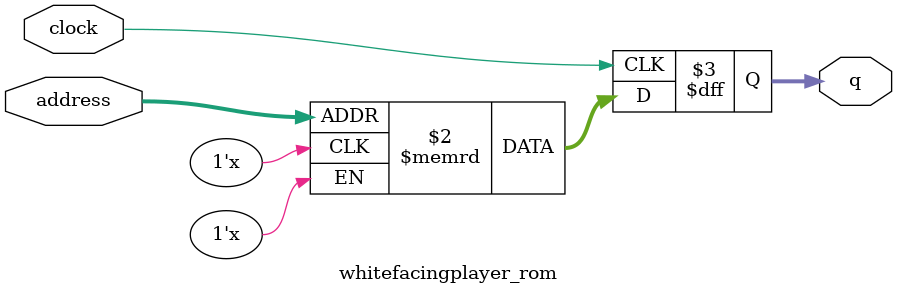
<source format=sv>
module whitefacingplayer_rom (
	input logic clock,
	input logic [9:0] address,
	output logic [3:0] q
);

logic [3:0] memory [0:1023] /* synthesis ram_init_file = "./whitefacingplayer/whitefacingplayer.mif" */;

always_ff @ (posedge clock) begin
	q <= memory[address];
end

endmodule

</source>
